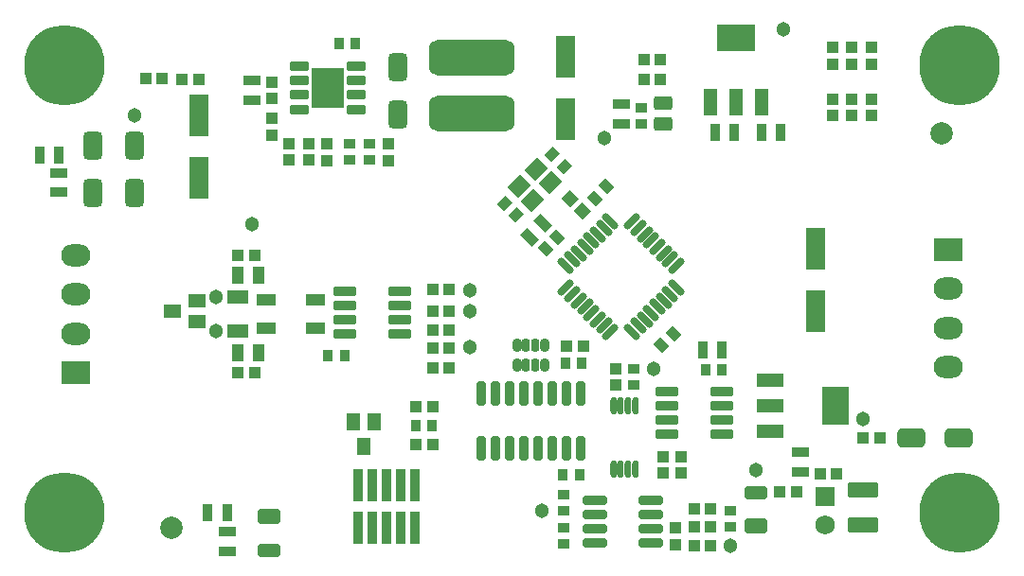
<source format=gts>
G04*
G04 #@! TF.GenerationSoftware,Altium Limited,Altium Designer,21.4.1 (30)*
G04*
G04 Layer_Color=8388736*
%FSLAX25Y25*%
%MOIN*%
G70*
G04*
G04 #@! TF.SameCoordinates,5F1AA903-488D-4DD6-8C3F-381C7BA84995*
G04*
G04*
G04 #@! TF.FilePolarity,Negative*
G04*
G01*
G75*
%ADD58C,0.05131*%
%ADD59R,0.06312X0.04737*%
G04:AMPARAMS|DCode=60|XSize=85.56mil|YSize=31.23mil|CornerRadius=6.9mil|HoleSize=0mil|Usage=FLASHONLY|Rotation=270.000|XOffset=0mil|YOffset=0mil|HoleType=Round|Shape=RoundedRectangle|*
%AMROUNDEDRECTD60*
21,1,0.08556,0.01742,0,0,270.0*
21,1,0.07175,0.03123,0,0,270.0*
1,1,0.01381,-0.00871,-0.03588*
1,1,0.01381,-0.00871,0.03588*
1,1,0.01381,0.00871,0.03588*
1,1,0.01381,0.00871,-0.03588*
%
%ADD60ROUNDEDRECTD60*%
%ADD61R,0.03753X0.05918*%
%ADD62R,0.03458X0.04245*%
%ADD63R,0.04245X0.04245*%
%ADD64R,0.04245X0.04245*%
%ADD65R,0.04245X0.03458*%
G04:AMPARAMS|DCode=66|XSize=99.73mil|YSize=69.02mil|CornerRadius=19.26mil|HoleSize=0mil|Usage=FLASHONLY|Rotation=270.000|XOffset=0mil|YOffset=0mil|HoleType=Round|Shape=RoundedRectangle|*
%AMROUNDEDRECTD66*
21,1,0.09973,0.03051,0,0,270.0*
21,1,0.06122,0.06902,0,0,270.0*
1,1,0.03851,-0.01526,-0.03061*
1,1,0.03851,-0.01526,0.03061*
1,1,0.03851,0.01526,0.03061*
1,1,0.03851,0.01526,-0.03061*
%
%ADD66ROUNDEDRECTD66*%
G04:AMPARAMS|DCode=67|XSize=67.06mil|YSize=25.72mil|CornerRadius=6.22mil|HoleSize=0mil|Usage=FLASHONLY|Rotation=315.000|XOffset=0mil|YOffset=0mil|HoleType=Round|Shape=RoundedRectangle|*
%AMROUNDEDRECTD67*
21,1,0.06706,0.01329,0,0,315.0*
21,1,0.05463,0.02572,0,0,315.0*
1,1,0.01243,0.01462,-0.02401*
1,1,0.01243,-0.02401,0.01462*
1,1,0.01243,-0.01462,0.02401*
1,1,0.01243,0.02401,-0.01462*
%
%ADD67ROUNDEDRECTD67*%
G04:AMPARAMS|DCode=68|XSize=67.06mil|YSize=25.72mil|CornerRadius=6.22mil|HoleSize=0mil|Usage=FLASHONLY|Rotation=45.000|XOffset=0mil|YOffset=0mil|HoleType=Round|Shape=RoundedRectangle|*
%AMROUNDEDRECTD68*
21,1,0.06706,0.01329,0,0,45.0*
21,1,0.05463,0.02572,0,0,45.0*
1,1,0.01243,0.02401,0.01462*
1,1,0.01243,-0.01462,-0.02401*
1,1,0.01243,-0.02401,-0.01462*
1,1,0.01243,0.01462,0.02401*
%
%ADD68ROUNDEDRECTD68*%
%ADD69R,0.03753X0.11627*%
G04:AMPARAMS|DCode=70|XSize=47.37mil|YSize=63.91mil|CornerRadius=8.92mil|HoleSize=0mil|Usage=FLASHONLY|Rotation=90.000|XOffset=0mil|YOffset=0mil|HoleType=Round|Shape=RoundedRectangle|*
%AMROUNDEDRECTD70*
21,1,0.04737,0.04606,0,0,90.0*
21,1,0.02953,0.06391,0,0,90.0*
1,1,0.01784,0.02303,0.01476*
1,1,0.01784,0.02303,-0.01476*
1,1,0.01784,-0.02303,-0.01476*
1,1,0.01784,-0.02303,0.01476*
%
%ADD70ROUNDEDRECTD70*%
G04:AMPARAMS|DCode=71|XSize=45.01mil|YSize=77.69mil|CornerRadius=6.59mil|HoleSize=0mil|Usage=FLASHONLY|Rotation=90.000|XOffset=0mil|YOffset=0mil|HoleType=Round|Shape=RoundedRectangle|*
%AMROUNDEDRECTD71*
21,1,0.04501,0.06450,0,0,90.0*
21,1,0.03183,0.07769,0,0,90.0*
1,1,0.01318,0.03225,0.01591*
1,1,0.01318,0.03225,-0.01591*
1,1,0.01318,-0.03225,-0.01591*
1,1,0.01318,-0.03225,0.01591*
%
%ADD71ROUNDEDRECTD71*%
G04:AMPARAMS|DCode=72|XSize=50.91mil|YSize=77.69mil|CornerRadius=7mil|HoleSize=0mil|Usage=FLASHONLY|Rotation=90.000|XOffset=0mil|YOffset=0mil|HoleType=Round|Shape=RoundedRectangle|*
%AMROUNDEDRECTD72*
21,1,0.05091,0.06368,0,0,90.0*
21,1,0.03691,0.07769,0,0,90.0*
1,1,0.01401,0.03184,0.01845*
1,1,0.01401,0.03184,-0.01845*
1,1,0.01401,-0.03184,-0.01845*
1,1,0.01401,-0.03184,0.01845*
%
%ADD72ROUNDEDRECTD72*%
%ADD73R,0.04540X0.09265*%
%ADD74R,0.13595X0.09265*%
%ADD75R,0.11627X0.14186*%
G04:AMPARAMS|DCode=76|XSize=69.02mil|YSize=31.62mil|CornerRadius=6.95mil|HoleSize=0mil|Usage=FLASHONLY|Rotation=0.000|XOffset=0mil|YOffset=0mil|HoleType=Round|Shape=RoundedRectangle|*
%AMROUNDEDRECTD76*
21,1,0.06902,0.01772,0,0,0.0*
21,1,0.05512,0.03162,0,0,0.0*
1,1,0.01391,0.02756,-0.00886*
1,1,0.01391,-0.02756,-0.00886*
1,1,0.01391,-0.02756,0.00886*
1,1,0.01391,0.02756,0.00886*
%
%ADD76ROUNDEDRECTD76*%
%ADD77R,0.04737X0.06312*%
G04:AMPARAMS|DCode=78|XSize=126.11mil|YSize=303.28mil|CornerRadius=33.53mil|HoleSize=0mil|Usage=FLASHONLY|Rotation=90.000|XOffset=0mil|YOffset=0mil|HoleType=Round|Shape=RoundedRectangle|*
%AMROUNDEDRECTD78*
21,1,0.12611,0.23622,0,0,90.0*
21,1,0.05906,0.30328,0,0,90.0*
1,1,0.06706,0.11811,0.02953*
1,1,0.06706,0.11811,-0.02953*
1,1,0.06706,-0.11811,-0.02953*
1,1,0.06706,-0.11811,0.02953*
%
%ADD78ROUNDEDRECTD78*%
%ADD79R,0.05918X0.03753*%
%ADD80R,0.07690X0.04737*%
%ADD81R,0.04147X0.05918*%
%ADD82R,0.06509X0.04343*%
%ADD83R,0.09265X0.04540*%
%ADD84R,0.09265X0.13595*%
G04:AMPARAMS|DCode=85|XSize=99.73mil|YSize=69.02mil|CornerRadius=19.26mil|HoleSize=0mil|Usage=FLASHONLY|Rotation=0.000|XOffset=0mil|YOffset=0mil|HoleType=Round|Shape=RoundedRectangle|*
%AMROUNDEDRECTD85*
21,1,0.09973,0.03051,0,0,0.0*
21,1,0.06122,0.06902,0,0,0.0*
1,1,0.03851,0.03061,-0.01526*
1,1,0.03851,-0.03061,-0.01526*
1,1,0.03851,-0.03061,0.01526*
1,1,0.03851,0.03061,0.01526*
%
%ADD85ROUNDEDRECTD85*%
G04:AMPARAMS|DCode=86|XSize=82.8mil|YSize=31.62mil|CornerRadius=6.95mil|HoleSize=0mil|Usage=FLASHONLY|Rotation=0.000|XOffset=0mil|YOffset=0mil|HoleType=Round|Shape=RoundedRectangle|*
%AMROUNDEDRECTD86*
21,1,0.08280,0.01772,0,0,0.0*
21,1,0.06890,0.03162,0,0,0.0*
1,1,0.01391,0.03445,-0.00886*
1,1,0.01391,-0.03445,-0.00886*
1,1,0.01391,-0.03445,0.00886*
1,1,0.01391,0.03445,0.00886*
%
%ADD86ROUNDEDRECTD86*%
%ADD87R,0.07099X0.14580*%
G04:AMPARAMS|DCode=88|XSize=42.45mil|YSize=34.58mil|CornerRadius=0mil|HoleSize=0mil|Usage=FLASHONLY|Rotation=315.000|XOffset=0mil|YOffset=0mil|HoleType=Round|Shape=Rectangle|*
%AMROTATEDRECTD88*
4,1,4,-0.02723,0.00278,-0.00278,0.02723,0.02723,-0.00278,0.00278,-0.02723,-0.02723,0.00278,0.0*
%
%ADD88ROTATEDRECTD88*%

G04:AMPARAMS|DCode=89|XSize=43.43mil|YSize=32.02mil|CornerRadius=10mil|HoleSize=0mil|Usage=FLASHONLY|Rotation=90.000|XOffset=0mil|YOffset=0mil|HoleType=Round|Shape=RoundedRectangle|*
%AMROUNDEDRECTD89*
21,1,0.04343,0.01201,0,0,90.0*
21,1,0.02343,0.03202,0,0,90.0*
1,1,0.02001,0.00600,0.01171*
1,1,0.02001,0.00600,-0.01171*
1,1,0.02001,-0.00600,-0.01171*
1,1,0.02001,-0.00600,0.01171*
%
%ADD89ROUNDEDRECTD89*%
G04:AMPARAMS|DCode=90|XSize=43.43mil|YSize=28.87mil|CornerRadius=9.22mil|HoleSize=0mil|Usage=FLASHONLY|Rotation=90.000|XOffset=0mil|YOffset=0mil|HoleType=Round|Shape=RoundedRectangle|*
%AMROUNDEDRECTD90*
21,1,0.04343,0.01043,0,0,90.0*
21,1,0.02500,0.02887,0,0,90.0*
1,1,0.01843,0.00522,0.01250*
1,1,0.01843,0.00522,-0.01250*
1,1,0.01843,-0.00522,-0.01250*
1,1,0.01843,-0.00522,0.01250*
%
%ADD90ROUNDEDRECTD90*%
G04:AMPARAMS|DCode=91|XSize=53.28mil|YSize=106.42mil|CornerRadius=8.53mil|HoleSize=0mil|Usage=FLASHONLY|Rotation=270.000|XOffset=0mil|YOffset=0mil|HoleType=Round|Shape=RoundedRectangle|*
%AMROUNDEDRECTD91*
21,1,0.05328,0.08937,0,0,270.0*
21,1,0.03622,0.10642,0,0,270.0*
1,1,0.01706,-0.04469,-0.01811*
1,1,0.01706,-0.04469,0.01811*
1,1,0.01706,0.04469,0.01811*
1,1,0.01706,0.04469,-0.01811*
%
%ADD91ROUNDEDRECTD91*%
G04:AMPARAMS|DCode=92|XSize=59.18mil|YSize=37.53mil|CornerRadius=0mil|HoleSize=0mil|Usage=FLASHONLY|Rotation=135.000|XOffset=0mil|YOffset=0mil|HoleType=Round|Shape=Rectangle|*
%AMROTATEDRECTD92*
4,1,4,0.03419,-0.00766,0.00766,-0.03419,-0.03419,0.00766,-0.00766,0.03419,0.03419,-0.00766,0.0*
%
%ADD92ROTATEDRECTD92*%

G04:AMPARAMS|DCode=93|XSize=58.79mil|YSize=23.35mil|CornerRadius=8.07mil|HoleSize=0mil|Usage=FLASHONLY|Rotation=270.000|XOffset=0mil|YOffset=0mil|HoleType=Round|Shape=RoundedRectangle|*
%AMROUNDEDRECTD93*
21,1,0.05879,0.00722,0,0,270.0*
21,1,0.04265,0.02335,0,0,270.0*
1,1,0.01614,-0.00361,-0.02133*
1,1,0.01614,-0.00361,0.02133*
1,1,0.01614,0.00361,0.02133*
1,1,0.01614,0.00361,-0.02133*
%
%ADD93ROUNDEDRECTD93*%
G04:AMPARAMS|DCode=94|XSize=63.12mil|YSize=55.24mil|CornerRadius=0mil|HoleSize=0mil|Usage=FLASHONLY|Rotation=225.000|XOffset=0mil|YOffset=0mil|HoleType=Round|Shape=Rectangle|*
%AMROTATEDRECTD94*
4,1,4,0.00278,0.04185,0.04185,0.00278,-0.00278,-0.04185,-0.04185,-0.00278,0.00278,0.04185,0.0*
%
%ADD94ROTATEDRECTD94*%

%ADD95C,0.07874*%
G04:AMPARAMS|DCode=96|XSize=42.45mil|YSize=34.58mil|CornerRadius=0mil|HoleSize=0mil|Usage=FLASHONLY|Rotation=225.000|XOffset=0mil|YOffset=0mil|HoleType=Round|Shape=Rectangle|*
%AMROTATEDRECTD96*
4,1,4,0.00278,0.02723,0.02723,0.00278,-0.00278,-0.02723,-0.02723,-0.00278,0.00278,0.02723,0.0*
%
%ADD96ROTATEDRECTD96*%

%ADD97P,0.06003X4X270.0*%
G04:AMPARAMS|DCode=98|XSize=85.56mil|YSize=31.23mil|CornerRadius=6.9mil|HoleSize=0mil|Usage=FLASHONLY|Rotation=180.000|XOffset=0mil|YOffset=0mil|HoleType=Round|Shape=RoundedRectangle|*
%AMROUNDEDRECTD98*
21,1,0.08556,0.01742,0,0,180.0*
21,1,0.07175,0.03123,0,0,180.0*
1,1,0.01381,-0.03588,0.00871*
1,1,0.01381,0.03588,0.00871*
1,1,0.01381,0.03588,-0.00871*
1,1,0.01381,-0.03588,-0.00871*
%
%ADD98ROUNDEDRECTD98*%
%ADD99R,0.06800X0.06800*%
%ADD100C,0.06800*%
%ADD101R,0.10249X0.07887*%
%ADD102O,0.10249X0.07887*%
%ADD103C,0.28359*%
D58*
X272638Y189961D02*
D03*
X44291Y159449D02*
D03*
X85630Y121063D02*
D03*
X209646Y151575D02*
D03*
X187500Y20177D02*
D03*
X262795Y34449D02*
D03*
X253937Y7874D02*
D03*
X72835Y95472D02*
D03*
X162402Y90551D02*
D03*
Y97933D02*
D03*
Y77756D02*
D03*
X300689Y52658D02*
D03*
X72835Y83661D02*
D03*
X226870Y70374D02*
D03*
D59*
X66307Y86862D02*
D03*
Y94342D02*
D03*
X57646Y90602D02*
D03*
D60*
X201171Y42137D02*
D03*
X196171Y42137D02*
D03*
X191171Y42137D02*
D03*
X186171Y42137D02*
D03*
X181171Y42137D02*
D03*
X176171D02*
D03*
X171171Y42137D02*
D03*
X166171Y42137D02*
D03*
Y61625D02*
D03*
X171171Y61625D02*
D03*
X176171Y61625D02*
D03*
X181171D02*
D03*
X186171Y61625D02*
D03*
X191171Y61625D02*
D03*
X196171Y61625D02*
D03*
X201171Y61625D02*
D03*
D61*
X250984Y76772D02*
D03*
X244094D02*
D03*
X264764Y153543D02*
D03*
X271654D02*
D03*
X255414Y153543D02*
D03*
X248524D02*
D03*
X17717Y145669D02*
D03*
X10827Y145669D02*
D03*
X76772Y19685D02*
D03*
X69882D02*
D03*
D62*
X112402Y74803D02*
D03*
X118110D02*
D03*
X245276Y69882D02*
D03*
X250984D02*
D03*
X195079Y32972D02*
D03*
X200787D02*
D03*
X195833Y72146D02*
D03*
X201542Y72146D02*
D03*
X116241Y185039D02*
D03*
X121949D02*
D03*
X149015Y50197D02*
D03*
X143307Y50197D02*
D03*
D63*
X133721Y143675D02*
D03*
Y149580D02*
D03*
X92658Y158491D02*
D03*
Y152585D02*
D03*
X234744Y14272D02*
D03*
Y8366D02*
D03*
X105453Y149632D02*
D03*
Y143727D02*
D03*
X112067Y143675D02*
D03*
Y149580D02*
D03*
X92658Y171286D02*
D03*
Y165380D02*
D03*
X303642Y183563D02*
D03*
Y177657D02*
D03*
X236713Y33465D02*
D03*
Y39370D02*
D03*
X230177Y33439D02*
D03*
Y39344D02*
D03*
X296752Y159449D02*
D03*
Y165354D02*
D03*
X213583Y70374D02*
D03*
Y64468D02*
D03*
X289862Y183563D02*
D03*
Y177657D02*
D03*
X98563Y149632D02*
D03*
Y143727D02*
D03*
X303504Y159423D02*
D03*
X303504Y165328D02*
D03*
X296752Y183563D02*
D03*
X296752Y177657D02*
D03*
X289862Y159449D02*
D03*
Y165354D02*
D03*
D64*
X223425Y179134D02*
D03*
X229331Y179134D02*
D03*
X229357Y172106D02*
D03*
X223451D02*
D03*
X247021Y14410D02*
D03*
X241116D02*
D03*
X61024Y172244D02*
D03*
X66929D02*
D03*
X247021Y20807D02*
D03*
X241116D02*
D03*
X271234Y26713D02*
D03*
X277139Y26713D02*
D03*
X241168Y7736D02*
D03*
X247073D02*
D03*
X291365Y33327D02*
D03*
X285459Y33327D02*
D03*
X155046Y84016D02*
D03*
X149140D02*
D03*
X306594Y45768D02*
D03*
X300689D02*
D03*
X86640Y110098D02*
D03*
X80735D02*
D03*
X149088Y98071D02*
D03*
X154994D02*
D03*
X149088Y90689D02*
D03*
X154994D02*
D03*
X149140Y56949D02*
D03*
X143235D02*
D03*
X149088Y77402D02*
D03*
X154994D02*
D03*
X80709Y68898D02*
D03*
X86614D02*
D03*
X149140Y43661D02*
D03*
X143235Y43661D02*
D03*
X202290Y78110D02*
D03*
X196384D02*
D03*
X149088Y70512D02*
D03*
X154994D02*
D03*
X54060Y172381D02*
D03*
X48154D02*
D03*
D65*
X195374Y8464D02*
D03*
Y14173D02*
D03*
X195374Y20177D02*
D03*
Y25886D02*
D03*
X219980Y64567D02*
D03*
Y70276D02*
D03*
X126969Y143800D02*
D03*
Y149508D02*
D03*
X222441Y162205D02*
D03*
X222441Y156496D02*
D03*
X120079Y143800D02*
D03*
Y149508D02*
D03*
X253937Y20177D02*
D03*
X253937Y14469D02*
D03*
D66*
X44342Y149028D02*
D03*
Y132217D02*
D03*
X136862Y159776D02*
D03*
Y176587D02*
D03*
X29579Y149028D02*
D03*
Y132217D02*
D03*
D67*
X234938Y98824D02*
D03*
X232711Y96597D02*
D03*
X230483Y94370D02*
D03*
X228256Y92143D02*
D03*
X226029Y89916D02*
D03*
X223802Y87689D02*
D03*
X221575Y85461D02*
D03*
X219348Y83234D02*
D03*
X196075Y106508D02*
D03*
X198302Y108735D02*
D03*
X200529Y110962D02*
D03*
X202756Y113189D02*
D03*
X204983Y115416D02*
D03*
X207210Y117643D02*
D03*
X209437Y119870D02*
D03*
X211664Y122097D02*
D03*
D68*
X219348D02*
D03*
X221575Y119870D02*
D03*
X223802Y117643D02*
D03*
X226029Y115416D02*
D03*
X228256Y113189D02*
D03*
X230483Y110962D02*
D03*
X232711Y108735D02*
D03*
X234938Y106508D02*
D03*
X211664Y83234D02*
D03*
X209437Y85461D02*
D03*
X207210Y87689D02*
D03*
X204983Y89916D02*
D03*
X202756Y92143D02*
D03*
X200529Y94370D02*
D03*
X198302Y96597D02*
D03*
X196075Y98824D02*
D03*
D69*
X122874Y14154D02*
D03*
Y29154D02*
D03*
X127874Y14154D02*
D03*
Y29154D02*
D03*
X132874Y14154D02*
D03*
Y29154D02*
D03*
X137874Y14154D02*
D03*
Y29154D02*
D03*
X142874Y14153D02*
D03*
Y29154D02*
D03*
D70*
X230315Y163858D02*
D03*
Y156496D02*
D03*
D71*
X262795Y26594D02*
D03*
X91535Y6240D02*
D03*
D72*
X262795Y14764D02*
D03*
X91536Y18071D02*
D03*
D73*
X246764Y164157D02*
D03*
X255819D02*
D03*
X264874D02*
D03*
D74*
X255819Y186992D02*
D03*
D75*
X112205Y169291D02*
D03*
D76*
X122205Y176969D02*
D03*
Y171850D02*
D03*
Y166732D02*
D03*
Y161614D02*
D03*
X102205Y161614D02*
D03*
Y166732D02*
D03*
Y171850D02*
D03*
Y176969D02*
D03*
D77*
X128689Y51543D02*
D03*
X121209D02*
D03*
X124949Y42882D02*
D03*
D78*
X162894Y179882D02*
D03*
Y160197D02*
D03*
D79*
X278544Y40847D02*
D03*
Y33958D02*
D03*
X76772Y5906D02*
D03*
Y12795D02*
D03*
X215551Y156496D02*
D03*
Y163386D02*
D03*
X85630Y171753D02*
D03*
Y164863D02*
D03*
X17717Y139272D02*
D03*
Y132382D02*
D03*
D80*
X80710Y95474D02*
D03*
Y83663D02*
D03*
D81*
X87887Y103257D02*
D03*
X80604D02*
D03*
X87992Y75787D02*
D03*
X80709D02*
D03*
D82*
X90551Y94488D02*
D03*
Y84646D02*
D03*
X108071Y94488D02*
D03*
X108071Y84646D02*
D03*
D83*
X267996Y66228D02*
D03*
Y57173D02*
D03*
Y48118D02*
D03*
D84*
X290831Y57173D02*
D03*
D85*
X317421Y45768D02*
D03*
X334232D02*
D03*
D86*
X231476Y62126D02*
D03*
Y57126D02*
D03*
Y52126D02*
D03*
Y47126D02*
D03*
X250807D02*
D03*
Y52126D02*
D03*
Y57126D02*
D03*
Y62126D02*
D03*
X137441Y82598D02*
D03*
Y87598D02*
D03*
Y92598D02*
D03*
Y97598D02*
D03*
X118110D02*
D03*
Y92598D02*
D03*
Y87598D02*
D03*
Y82598D02*
D03*
D87*
X66929Y137598D02*
D03*
Y159646D02*
D03*
X195866Y180315D02*
D03*
Y158268D02*
D03*
X283957Y112697D02*
D03*
Y90650D02*
D03*
D88*
X233760Y82677D02*
D03*
X229723Y78641D02*
D03*
X210187Y134400D02*
D03*
X206151Y130363D02*
D03*
X192913Y116634D02*
D03*
X188877Y112597D02*
D03*
D89*
X178776Y71681D02*
D03*
X188539Y71681D02*
D03*
Y78650D02*
D03*
X178776Y78650D02*
D03*
D90*
X182083Y71681D02*
D03*
X185232Y71681D02*
D03*
X185232Y78650D02*
D03*
X182083D02*
D03*
D91*
X300689Y27657D02*
D03*
Y15256D02*
D03*
D92*
X187968Y121531D02*
D03*
X183097Y116659D02*
D03*
D93*
X212842Y57221D02*
D03*
X215402D02*
D03*
X217961D02*
D03*
X220520D02*
D03*
Y35016D02*
D03*
X217961D02*
D03*
X215402D02*
D03*
X212842D02*
D03*
D94*
X185720Y140559D02*
D03*
X179596Y134435D02*
D03*
X184328Y129702D02*
D03*
X190453Y135827D02*
D03*
D95*
X328248Y153051D02*
D03*
X57087Y14272D02*
D03*
D96*
X195423Y141683D02*
D03*
X191387Y145719D02*
D03*
X174655Y128494D02*
D03*
X178692Y124458D02*
D03*
D97*
X197596Y130160D02*
D03*
X201772Y125984D02*
D03*
D98*
X206398Y8779D02*
D03*
Y13780D02*
D03*
Y18779D02*
D03*
Y23779D02*
D03*
X225886D02*
D03*
Y18779D02*
D03*
Y13780D02*
D03*
Y8779D02*
D03*
D99*
X287402Y25256D02*
D03*
D100*
Y15256D02*
D03*
D101*
X23622Y68898D02*
D03*
X330709Y112205D02*
D03*
D102*
X23622Y82677D02*
D03*
Y96457D02*
D03*
Y110236D02*
D03*
X330709Y70866D02*
D03*
Y84646D02*
D03*
Y98425D02*
D03*
D103*
X334646Y177165D02*
D03*
Y19685D02*
D03*
X19685Y177165D02*
D03*
Y19685D02*
D03*
M02*

</source>
